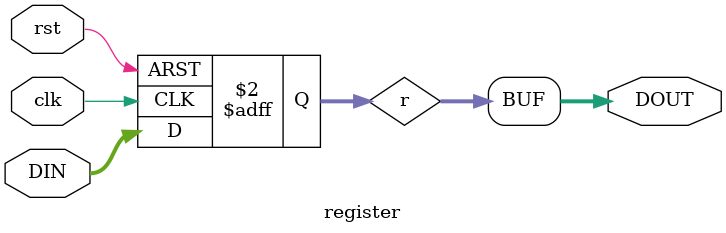
<source format=v>
module register(DIN,DOUT,clk,rst);
input [31:0] DIN;
input clk;
input rst;
output [31:0] DOUT;

reg [31:0] r;

assign DOUT=r;

always @ (posedge clk or  posedge rst)
begin
  if(rst)
    r<=32'b0;
  
else
  
  r<=DIN;
end
  
endmodule
</source>
